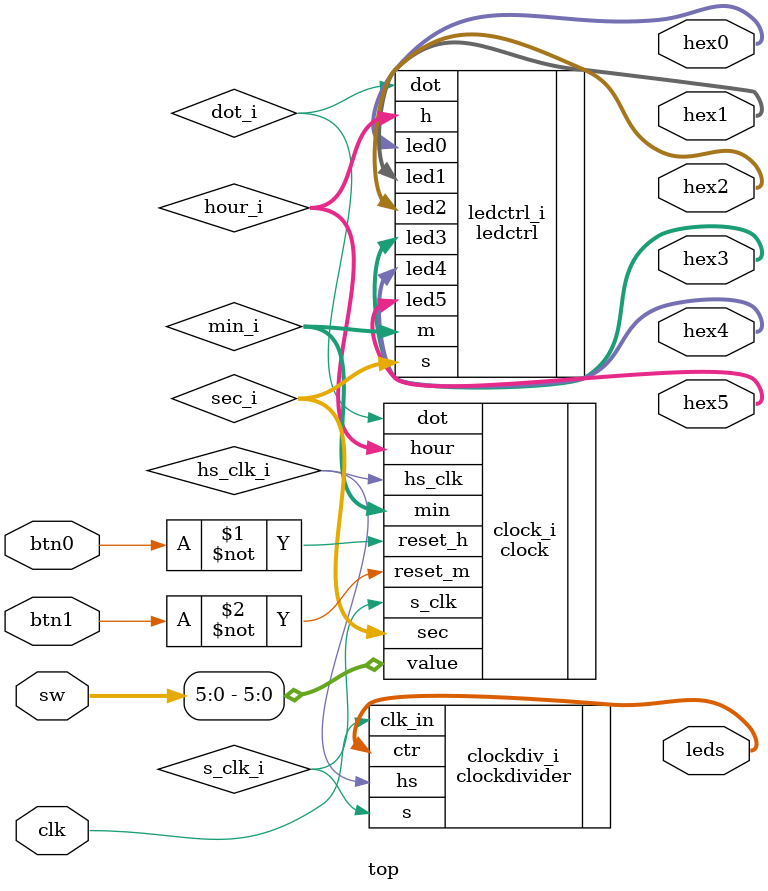
<source format=sv>

module top(
   input clk,
	input btn0,
	input btn1,
	input bit[9:0] sw,
	output bit[7:0] hex0,
	output bit[7:0] hex1,
	output bit[7:0] hex2,
	output bit[7:0] hex3,
	output bit[7:0] hex4,
	output bit[7:0] hex5,
	output bit[9:0] leds
	);
	

	
	wire s_clk_i;
	wire hs_clk_i;
   clockdivider clockdiv_i(
		.clk_in(clk), 
		.s(s_clk_i), 
		.hs(hs_clk_i),
		.ctr(leds)
		);

		
	wire [5:0] sec_i;
	wire [5:0] min_i;
	wire [4:0] hour_i;
	wire dot_i;
	clock clock_i(
		.s_clk(s_clk_i),
		.hs_clk(hs_clk_i),
		.reset_h(~btn0),
		.reset_m(~btn1),
      .value(sw[5:0]),
		.sec(sec_i), 
		.min(min_i), 
		.hour(hour_i),
		.dot(dot_i)
		);
	
	
	ledctrl ledctrl_i(
		.s(sec_i), 
		.m(min_i),
		.h(hour_i),
		.dot(dot_i),
		.led0(hex0), 
		.led1(hex1), 
		.led2(hex2), 
		.led3(hex3), 
		.led4(hex4), 
		.led5(hex5)
		);
  
endmodule
</source>
